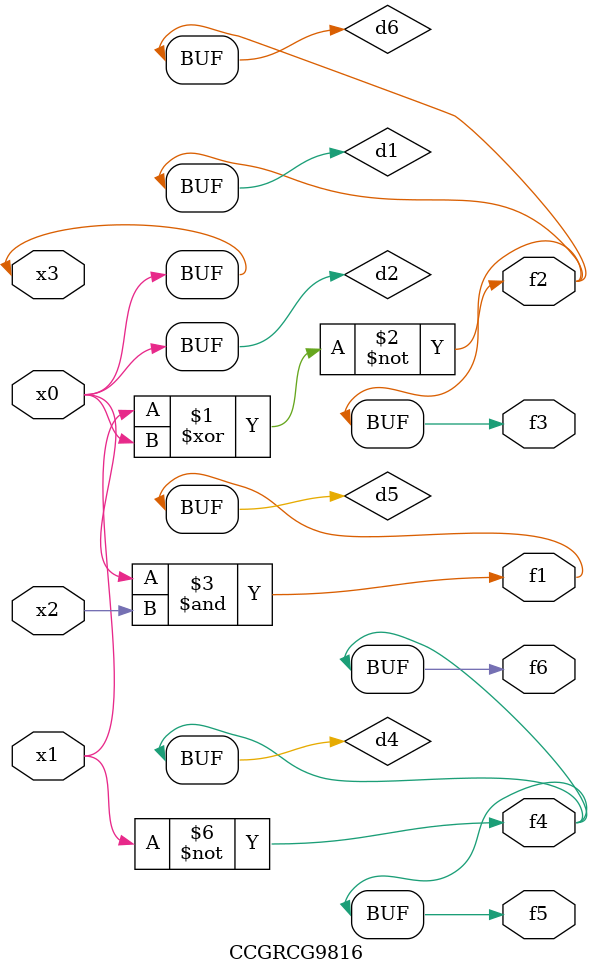
<source format=v>
module CCGRCG9816(
	input x0, x1, x2, x3,
	output f1, f2, f3, f4, f5, f6
);

	wire d1, d2, d3, d4, d5, d6;

	xnor (d1, x1, x3);
	buf (d2, x0, x3);
	nand (d3, x0, x2);
	not (d4, x1);
	nand (d5, d3);
	or (d6, d1);
	assign f1 = d5;
	assign f2 = d6;
	assign f3 = d6;
	assign f4 = d4;
	assign f5 = d4;
	assign f6 = d4;
endmodule

</source>
